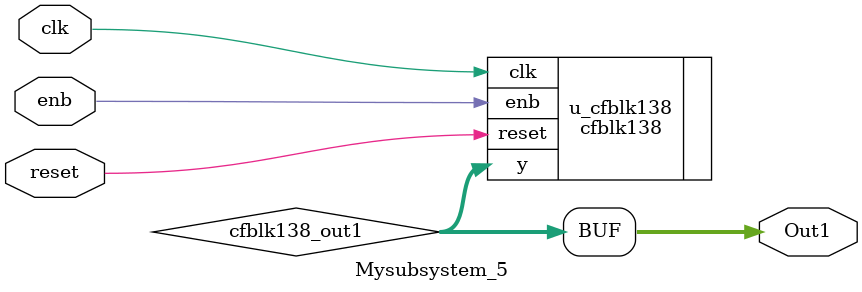
<source format=v>



`timescale 1 ns / 1 ns

module Mysubsystem_5
          (clk,
           reset,
           enb,
           Out1);


  input   clk;
  input   reset;
  input   enb;
  output  [7:0] Out1;  // uint8


  wire [7:0] cfblk138_out1;  // uint8


  cfblk138 u_cfblk138 (.clk(clk),
                       .reset(reset),
                       .enb(enb),
                       .y(cfblk138_out1)  // uint8
                       );

  assign Out1 = cfblk138_out1;

endmodule  // Mysubsystem_5


</source>
